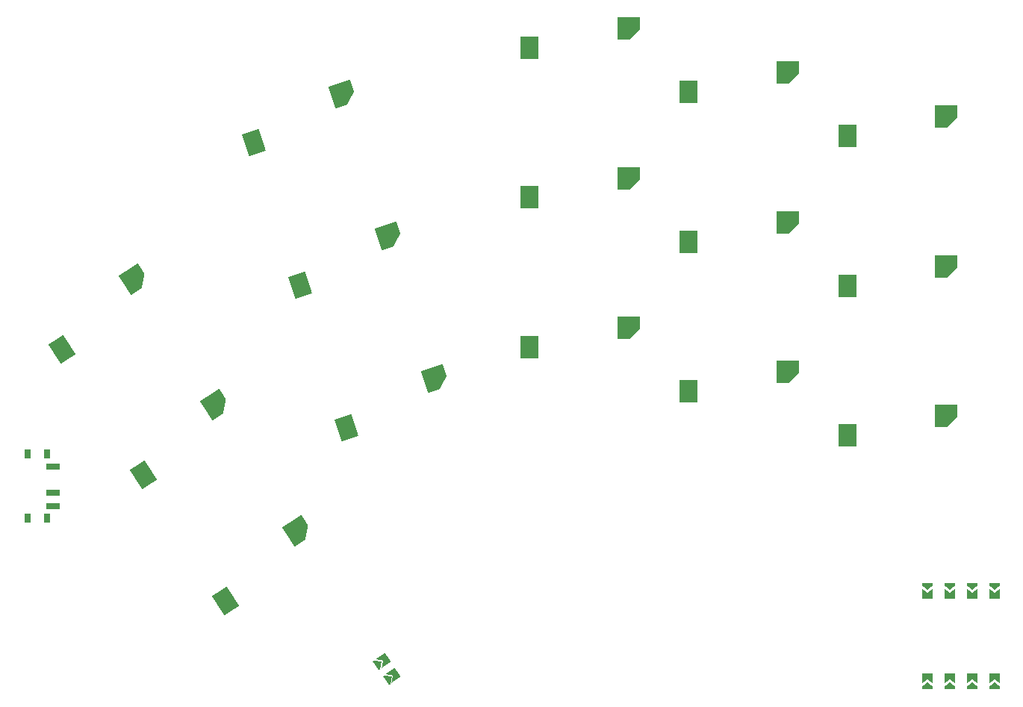
<source format=gbr>
%TF.GenerationSoftware,KiCad,Pcbnew,9.0.6*%
%TF.CreationDate,2025-12-19T17:46:44-08:00*%
%TF.ProjectId,aphelo30,61706865-6c6f-4333-902e-6b696361645f,v1.0.0*%
%TF.SameCoordinates,Original*%
%TF.FileFunction,Paste,Top*%
%TF.FilePolarity,Positive*%
%FSLAX46Y46*%
G04 Gerber Fmt 4.6, Leading zero omitted, Abs format (unit mm)*
G04 Created by KiCad (PCBNEW 9.0.6) date 2025-12-19 17:46:44*
%MOMM*%
%LPD*%
G01*
G04 APERTURE LIST*
G04 Aperture macros list*
%AMRotRect*
0 Rectangle, with rotation*
0 The origin of the aperture is its center*
0 $1 length*
0 $2 width*
0 $3 Rotation angle, in degrees counterclockwise*
0 Add horizontal line*
21,1,$1,$2,0,0,$3*%
%AMOutline5P*
0 Free polygon, 5 corners , with rotation*
0 The origin of the aperture is its center*
0 number of corners: always 5*
0 $1 to $10 corner X, Y*
0 $11 Rotation angle, in degrees counterclockwise*
0 create outline with 5 corners*
4,1,5,$1,$2,$3,$4,$5,$6,$7,$8,$9,$10,$1,$2,$11*%
%AMOutline6P*
0 Free polygon, 6 corners , with rotation*
0 The origin of the aperture is its center*
0 number of corners: always 6*
0 $1 to $12 corner X, Y*
0 $13 Rotation angle, in degrees counterclockwise*
0 create outline with 6 corners*
4,1,6,$1,$2,$3,$4,$5,$6,$7,$8,$9,$10,$11,$12,$1,$2,$13*%
%AMOutline7P*
0 Free polygon, 7 corners , with rotation*
0 The origin of the aperture is its center*
0 number of corners: always 7*
0 $1 to $14 corner X, Y*
0 $15 Rotation angle, in degrees counterclockwise*
0 create outline with 7 corners*
4,1,7,$1,$2,$3,$4,$5,$6,$7,$8,$9,$10,$11,$12,$13,$14,$1,$2,$15*%
%AMOutline8P*
0 Free polygon, 8 corners , with rotation*
0 The origin of the aperture is its center*
0 number of corners: always 8*
0 $1 to $16 corner X, Y*
0 $17 Rotation angle, in degrees counterclockwise*
0 create outline with 8 corners*
4,1,8,$1,$2,$3,$4,$5,$6,$7,$8,$9,$10,$11,$12,$13,$14,$15,$16,$1,$2,$17*%
%AMFreePoly0*
4,1,6,0.600000,-1.000000,0.000000,-0.400000,-0.600000,-1.000000,-0.600000,0.250000,0.600000,0.250000,0.600000,-1.000000,0.600000,-1.000000,$1*%
%AMFreePoly1*
4,1,6,0.600000,-0.200001,0.600000,-0.400000,-0.600000,-0.400000,-0.600000,-0.200000,0.000000,0.400000,0.600000,-0.200001,0.600000,-0.200001,$1*%
%AMFreePoly2*
4,1,6,0.250000,0.000000,-0.250000,-0.625000,-0.500000,-0.625000,-0.500000,0.625000,-0.250000,0.625000,0.250000,0.000000,0.250000,0.000000,$1*%
%AMFreePoly3*
4,1,6,0.500000,-0.625000,-0.650000,-0.625000,-0.150000,0.000000,-0.650000,0.625000,0.500000,0.625000,0.500000,-0.625000,0.500000,-0.625000,$1*%
G04 Aperture macros list end*
%ADD10FreePoly0,305.000000*%
%ADD11FreePoly1,305.000000*%
%ADD12Outline5P,-1.300000X1.300000X1.300000X1.300000X1.300000X-0.117000X0.117000X-1.300000X-1.300000X-1.300000X33.000000*%
%ADD13RotRect,2.000000X2.600000X33.000000*%
%ADD14R,2.000000X2.600000*%
%ADD15Outline5P,-1.300000X1.300000X1.300000X1.300000X1.300000X-0.117000X0.117000X-1.300000X-1.300000X-1.300000X0.000000*%
%ADD16RotRect,2.000000X2.600000X18.000000*%
%ADD17Outline5P,-1.300000X1.300000X1.300000X1.300000X1.300000X-0.117000X0.117000X-1.300000X-1.300000X-1.300000X18.000000*%
%ADD18FreePoly2,90.000000*%
%ADD19FreePoly3,90.000000*%
%ADD20FreePoly3,270.000000*%
%ADD21FreePoly2,270.000000*%
%ADD22R,1.500000X0.700000*%
%ADD23R,0.800000X1.000000*%
G04 APERTURE END LIST*
D10*
%TO.C,JST1*%
X109504952Y-107768186D03*
X110652105Y-109406490D03*
D11*
X108672693Y-108350939D03*
X109819846Y-109989243D03*
%TD*%
D12*
%TO.C,S1*%
X99506044Y-93226217D03*
D13*
X91269206Y-101198482D03*
%TD*%
D14*
%TO.C,S8*%
X125796796Y-55452529D03*
D15*
X137046796Y-53252529D03*
%TD*%
D14*
%TO.C,S9*%
X125796796Y-38452529D03*
D15*
X137046796Y-36252529D03*
%TD*%
D13*
%TO.C,S2*%
X82010342Y-86941082D03*
D12*
X90247180Y-78968817D03*
%TD*%
D13*
%TO.C,S3*%
X72751479Y-72683683D03*
D12*
X80988317Y-64711418D03*
%TD*%
D16*
%TO.C,S4*%
X105056120Y-81589835D03*
D17*
X115075668Y-76021069D03*
%TD*%
D16*
%TO.C,S5*%
X99802831Y-65421874D03*
D17*
X109822379Y-59853108D03*
%TD*%
D16*
%TO.C,S6*%
X94549542Y-49253914D03*
D17*
X104569090Y-43685148D03*
%TD*%
D14*
%TO.C,S7*%
X125796796Y-72452529D03*
D15*
X137046796Y-70252529D03*
%TD*%
D14*
%TO.C,S10*%
X143796796Y-77452529D03*
D15*
X155046796Y-75252529D03*
%TD*%
D14*
%TO.C,S11*%
X143796796Y-60452529D03*
D15*
X155046796Y-58252529D03*
%TD*%
D14*
%TO.C,S12*%
X143796796Y-43452529D03*
D15*
X155046796Y-41252529D03*
%TD*%
D14*
%TO.C,S13*%
X161796796Y-82452529D03*
D15*
X173046796Y-80252529D03*
%TD*%
D14*
%TO.C,S14*%
X161796796Y-65452529D03*
D15*
X173046796Y-63252529D03*
%TD*%
D14*
%TO.C,S15*%
X161796796Y-48452529D03*
D15*
X173046796Y-46252529D03*
%TD*%
D18*
%TO.C,MCU1*%
X170851796Y-110702529D03*
D19*
X170851796Y-109977529D03*
D20*
X170851796Y-100427529D03*
D21*
X170851796Y-99702529D03*
D18*
X173391796Y-110702529D03*
D19*
X173391796Y-109977529D03*
D20*
X173391796Y-100427529D03*
D21*
X173391796Y-99702529D03*
D18*
X175931796Y-110702529D03*
D19*
X175931796Y-109977529D03*
D20*
X175931796Y-100427529D03*
D21*
X175931796Y-99702529D03*
D18*
X178471796Y-110702529D03*
D19*
X178471796Y-109977529D03*
D20*
X178471796Y-100427529D03*
D21*
X178471796Y-99702529D03*
%TD*%
D22*
%TO.C,PWR1*%
X71760000Y-90452529D03*
X71760000Y-88952529D03*
X71760000Y-85952529D03*
D23*
X68900000Y-84552529D03*
X71110000Y-84552529D03*
X71110000Y-91852529D03*
X68900000Y-91852529D03*
%TD*%
M02*

</source>
